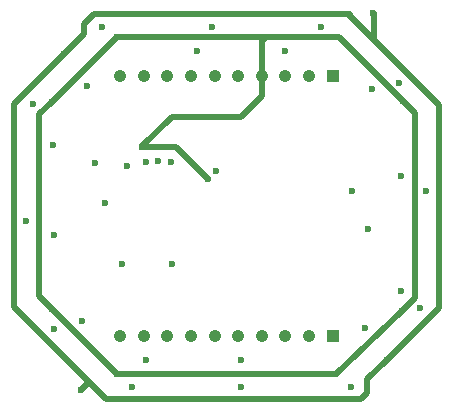
<source format=gbr>
G04 #@! TF.FileFunction,Copper,L3,Inr,Signal*
%FSLAX46Y46*%
G04 Gerber Fmt 4.6, Leading zero omitted, Abs format (unit mm)*
G04 Created by KiCad (PCBNEW 4.0.7-e2-6376~58~ubuntu16.04.1) date Tue Jul 31 10:53:18 2018*
%MOMM*%
%LPD*%
G01*
G04 APERTURE LIST*
%ADD10C,0.100000*%
%ADD11C,1.050000*%
%ADD12R,1.050000X1.050000*%
%ADD13C,0.600000*%
%ADD14C,0.500000*%
G04 APERTURE END LIST*
D10*
D11*
X130000000Y-86000000D03*
X146000000Y-86000000D03*
D12*
X148000000Y-86000000D03*
D11*
X134000000Y-86000000D03*
X132000000Y-86000000D03*
X144000000Y-86000000D03*
X142000000Y-86000000D03*
X136000000Y-86000000D03*
X138000000Y-86000000D03*
X140000000Y-86000000D03*
X130000000Y-108000000D03*
X146000000Y-108000000D03*
D12*
X148000000Y-108000000D03*
D11*
X134000000Y-108000000D03*
X132000000Y-108000000D03*
X144000000Y-108000000D03*
X142000000Y-108000000D03*
X136000000Y-108000000D03*
X138000000Y-108000000D03*
X140000000Y-108000000D03*
D13*
X130150000Y-101880000D03*
X134400000Y-101890000D03*
X126725000Y-112575000D03*
X151420000Y-80640000D03*
X133500000Y-80750000D03*
X142720000Y-80750000D03*
X156970000Y-90180000D03*
X156970000Y-100910000D03*
X152580000Y-110030000D03*
X144450000Y-113310000D03*
X134970000Y-113310000D03*
X121050000Y-103480000D03*
X125240000Y-84160000D03*
X121050000Y-93080000D03*
X133225000Y-93200000D03*
X127890000Y-93330000D03*
X132220000Y-93240000D03*
X126810000Y-106760000D03*
X153830000Y-104230000D03*
X132230000Y-110020000D03*
X140260000Y-110030000D03*
X153830000Y-94500000D03*
X150770000Y-107350000D03*
X136510000Y-83840000D03*
X127220000Y-86850000D03*
X124360000Y-91870000D03*
X124370000Y-99490000D03*
X151370000Y-87080000D03*
X144000000Y-83840000D03*
X149610000Y-95750000D03*
X151020000Y-98940000D03*
X134330000Y-93240000D03*
X131890000Y-92010000D03*
X137470000Y-94700000D03*
X124270000Y-105760000D03*
X139010000Y-111220000D03*
X124220000Y-88190000D03*
X123170000Y-97000000D03*
X148290000Y-111210000D03*
X153890000Y-105900000D03*
X154970000Y-97000000D03*
X153920000Y-88070000D03*
X139010000Y-82680000D03*
X129730000Y-82680000D03*
X148290000Y-82680000D03*
X129740000Y-111220000D03*
X138150000Y-94060000D03*
X130570000Y-93630000D03*
X122600000Y-88340000D03*
X122030000Y-98250000D03*
X124370000Y-107440000D03*
X130980000Y-112290000D03*
X140260000Y-112290000D03*
X149540000Y-112290000D03*
X155410000Y-105650000D03*
X155900000Y-95750000D03*
X153660000Y-86570000D03*
X137760000Y-81810000D03*
X147030000Y-81810000D03*
X128480000Y-81810000D03*
X128750000Y-96775000D03*
D14*
X126725000Y-112575000D02*
X127377500Y-111922500D01*
X127377500Y-111922500D02*
X127377500Y-111897500D01*
X151475000Y-80695000D02*
X151475000Y-82935000D01*
X151420000Y-80640000D02*
X151475000Y-80695000D01*
X134970000Y-113310000D02*
X128790000Y-113310000D01*
X128790000Y-113310000D02*
X127377500Y-111897500D01*
X127377500Y-111897500D02*
X127230000Y-111750000D01*
X121050000Y-93080000D02*
X121050000Y-88350000D01*
X121050000Y-88350000D02*
X125240000Y-84160000D01*
X150790000Y-82260000D02*
X150795000Y-82255000D01*
X150795000Y-82255000D02*
X150790000Y-82260000D01*
X150790000Y-82260000D02*
X150790000Y-82250000D01*
X152580000Y-110030000D02*
X152590000Y-110040000D01*
X152590000Y-110040000D02*
X152580000Y-110030000D01*
X152580000Y-110030000D02*
X152580000Y-110050000D01*
X125240000Y-84160000D02*
X126920000Y-82480000D01*
X126920000Y-82480000D02*
X126920000Y-81600000D01*
X126920000Y-81600000D02*
X127770000Y-80750000D01*
X127770000Y-80750000D02*
X133500000Y-80750000D01*
X121050000Y-105570000D02*
X121050000Y-103480000D01*
X127230000Y-111750000D02*
X121050000Y-105570000D01*
X121050000Y-103480000D02*
X121050000Y-93080000D01*
X150430000Y-113310000D02*
X144450000Y-113310000D01*
X144450000Y-113310000D02*
X134970000Y-113310000D01*
X150940000Y-112800000D02*
X150430000Y-113310000D01*
X150940000Y-111690000D02*
X150940000Y-112800000D01*
X156970000Y-105660000D02*
X152580000Y-110050000D01*
X152580000Y-110050000D02*
X150940000Y-111690000D01*
X156970000Y-88430000D02*
X156970000Y-90180000D01*
X156970000Y-90180000D02*
X156970000Y-100910000D01*
X156970000Y-100910000D02*
X156970000Y-105660000D01*
X149290000Y-80750000D02*
X150790000Y-82250000D01*
X150790000Y-82250000D02*
X151475000Y-82935000D01*
X151475000Y-82935000D02*
X156970000Y-88430000D01*
X149480000Y-80750000D02*
X149290000Y-80750000D01*
X133500000Y-80750000D02*
X142720000Y-80750000D01*
X142720000Y-80750000D02*
X149480000Y-80750000D01*
X131890000Y-92010000D02*
X134780000Y-92010000D01*
X134780000Y-92010000D02*
X137470000Y-94700000D01*
X131890000Y-92010000D02*
X131900000Y-91950000D01*
X131900000Y-91950000D02*
X134410000Y-89440000D01*
X124270000Y-105760000D02*
X124275000Y-105755000D01*
X124275000Y-105755000D02*
X124270000Y-105760000D01*
X124270000Y-105760000D02*
X124270000Y-105750000D01*
X123170000Y-97000000D02*
X123170000Y-104650000D01*
X123170000Y-104650000D02*
X124270000Y-105750000D01*
X124270000Y-105750000D02*
X129740000Y-111220000D01*
X129740000Y-111220000D02*
X139010000Y-111220000D01*
X139010000Y-111220000D02*
X148280000Y-111220000D01*
X148280000Y-111220000D02*
X148290000Y-111210000D01*
X123170000Y-97000000D02*
X123170000Y-97000000D01*
X123170000Y-97000000D02*
X123170000Y-89240000D01*
X123170000Y-89240000D02*
X124220000Y-88190000D01*
X124220000Y-88190000D02*
X129730000Y-82680000D01*
X153890000Y-105900000D02*
X148290000Y-111210000D01*
X154970000Y-104820000D02*
X154970000Y-97000000D01*
X153890000Y-105900000D02*
X154970000Y-104820000D01*
X153920000Y-88070000D02*
X154970000Y-89120000D01*
X154970000Y-89120000D02*
X154970000Y-97000000D01*
X148290000Y-82680000D02*
X148530000Y-82680000D01*
X148530000Y-82680000D02*
X153920000Y-88070000D01*
X129730000Y-82680000D02*
X139010000Y-82680000D01*
X142000000Y-87720000D02*
X142000000Y-86000000D01*
X140280000Y-89440000D02*
X142000000Y-87720000D01*
X134410000Y-89440000D02*
X140280000Y-89440000D01*
X142000000Y-86000000D02*
X142000000Y-83000000D01*
X142000000Y-83000000D02*
X142320000Y-82680000D01*
X139010000Y-82680000D02*
X142320000Y-82680000D01*
X142320000Y-82680000D02*
X148290000Y-82680000D01*
M02*

</source>
